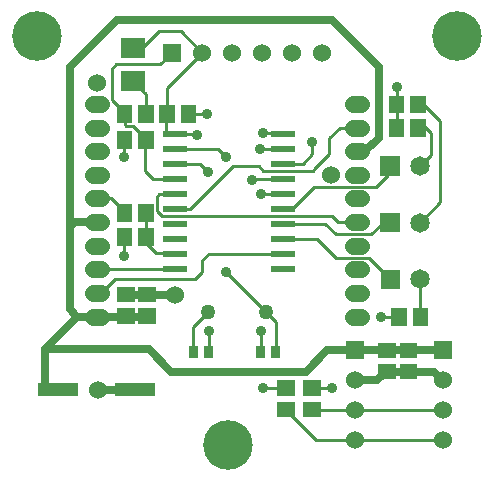
<source format=gbr>
G04 start of page 2 for group 0 idx 0 *
G04 Title: (unknown), component *
G04 Creator: pcb 20091103 *
G04 CreationDate: Sun 30 Jan 2011 02:46:18 GMT UTC *
G04 For: thomas *
G04 Format: Gerber/RS-274X *
G04 PCB-Dimensions: 167323 163386 *
G04 PCB-Coordinate-Origin: lower left *
%MOIN*%
%FSLAX25Y25*%
%LNFRONT*%
%ADD11C,0.0100*%
%ADD12C,0.0250*%
%ADD13C,0.0200*%
%ADD14C,0.0600*%
%ADD15C,0.0550*%
%ADD16C,0.0500*%
%ADD17C,0.0650*%
%ADD18C,0.0360*%
%ADD19C,0.1653*%
%ADD20R,0.0512X0.0512*%
%ADD21R,0.0200X0.0200*%
%ADD22R,0.0690X0.0690*%
%ADD23R,0.0295X0.0295*%
%ADD24R,0.0430X0.0430*%
%ADD25C,0.0380*%
%ADD26C,0.0290*%
%ADD27C,0.0290*%
%ADD28C,0.0430*%
%ADD29C,0.0350*%
%ADD30C,0.1563*%
G54D11*X37608Y127177D02*Y137413D01*
X39183Y138988D01*
X53829D01*
X44508Y144488D02*X47833D01*
X53356Y150011D01*
X49025Y122845D02*Y128971D01*
X44508Y133488D01*
X41939Y122845D02*Y122846D01*
X37608Y127177D01*
X56113Y122845D02*Y131272D01*
X53829Y138988D02*X57766Y142925D01*
X56113Y131272D02*X67766Y142925D01*
X53356Y150011D02*X60680D01*
X67766Y142925D01*
G54D12*X23623Y138189D02*X39371Y153937D01*
X111024D02*X39370D01*
G54D11*X69292Y122441D02*X63603D01*
X63199Y122845D01*
X41939Y122059D02*X42727D01*
X41939D02*Y118909D01*
X42333Y118515D01*
X44696D01*
X49026Y114185D01*
X55868Y115850D02*Y122600D01*
X56113Y122845D01*
G54D12*X23623Y57478D02*Y138189D01*
G54D11*X41733Y108268D02*Y113192D01*
X41940Y113399D01*
X61868Y110850D02*X73009D01*
X75591Y108268D01*
X69718Y103117D02*X66930Y105905D01*
X86615Y105118D02*X77953D01*
X66930Y94095D02*X77953Y105118D01*
X66930Y105905D02*X61923D01*
X61868Y105850D01*
Y115850D02*X65646D01*
X66142Y115354D01*
X51513Y100850D02*X48820Y103543D01*
Y113193D01*
X49026Y113399D01*
X55868Y100850D02*X51513D01*
X52757Y90157D02*Y94882D01*
X53544Y95669D01*
X55687D01*
X55868Y95850D01*
X61868Y90850D02*X63686D01*
X66930Y94094D01*
Y94095D01*
X110237Y114567D02*Y109056D01*
X105512Y104331D01*
Y104330D01*
X104725Y103543D01*
X88190D01*
X86615Y105118D01*
X129734Y105129D02*Y101980D01*
X125797Y98043D01*
X129734Y86231D02*X128159D01*
X124223Y82295D01*
X125797Y98043D02*X105061D01*
X97868Y85850D02*X108856D01*
X97868Y80850D02*X105982D01*
X124223Y82295D02*X112411D01*
X108856Y85850D01*
X112411Y74421D02*X123435D01*
X130522Y67334D01*
X140552Y67304D02*X140522Y67334D01*
X119443Y86416D02*X113191D01*
X147245Y93031D02*X140434Y86220D01*
X113191Y86416D02*X111024Y88583D01*
X105061Y98043D02*X97868Y90850D01*
X91868Y110850D02*X87424D01*
X87215Y110641D01*
X88002Y116153D02*X91565D01*
X91868Y115850D01*
Y100850D02*X84709D01*
X84253Y100394D01*
X87402Y95669D02*X91687D01*
X91868Y95850D01*
X105982Y80850D02*X112411Y74421D01*
G54D12*X102362Y36614D02*X109449Y43701D01*
G54D11*X104253Y23701D02*X103938Y24016D01*
Y31102D02*X111024D01*
X105593Y13701D02*X95278Y24016D01*
X87402Y50000D02*Y43899D01*
X87215Y43712D01*
X97868Y105850D02*X101321D01*
X104537Y109066D01*
Y113003D01*
X119443Y117911D02*X113581D01*
X110237Y114567D01*
G54D12*X119443Y110037D02*X122242D01*
X126772Y114567D01*
X111024Y153937D02*X126772Y138189D01*
Y114567D02*Y138189D01*
G54D11*X132678Y117323D02*Y131496D01*
X139764Y118109D02*X142128D01*
X139764Y125197D02*X142127D01*
X147245Y120079D01*
X142128Y118109D02*X144095Y116142D01*
Y108779D01*
X140434Y105118D01*
X147245Y120079D02*Y93031D01*
X133073Y54724D02*X133466Y55117D01*
G54D12*X145118Y36615D02*X148032Y33701D01*
G54D11*X140552Y55117D02*X142126D01*
X140552Y54331D02*Y67304D01*
G54D12*X118898Y33701D02*X126209D01*
X129123Y36615D01*
G54D11*X104253Y23701D02*X148032D01*
X105593Y13701D02*X148032D01*
G54D12*X129123Y36615D02*X145118D01*
X148032Y43701D02*X109449D01*
G54D11*X127560Y54724D02*X133073D01*
X32829Y94289D02*X37424D01*
X41939Y89774D01*
G54D12*X15295Y44034D02*X26181Y54920D01*
X23623Y57478D02*X26181Y54920D01*
X25393Y86416D02*X23623Y84646D01*
G54D11*X41733Y75197D02*Y81694D01*
X41939Y81900D01*
X38733Y67323D02*X34204Y62794D01*
G54D12*X15295Y30602D02*Y44034D01*
X50061D01*
G54D11*X55686Y70668D02*X55868Y70850D01*
G54D12*X50061Y44034D02*X57481Y36614D01*
G54D11*X32829Y70668D02*X55686D01*
G54D12*X41940Y62216D02*X58651D01*
X26181Y54920D02*X49602D01*
X49812Y55130D01*
X33072Y30315D02*X40508D01*
X40795Y30602D01*
X32829Y86416D02*X25393D01*
G54D11*X111024Y88583D02*X54331D01*
X49025Y89774D02*Y79540D01*
X52569Y75996D01*
X55722D01*
X55868Y75850D01*
X54331Y88583D02*X52757Y90157D01*
G54D12*X57481Y36614D02*X102362D01*
G54D11*X88190Y31102D02*X95278D01*
X92333Y43712D02*Y53004D01*
X70079Y50000D02*Y43899D01*
X69892Y43712D01*
X64774D02*Y51463D01*
X69718Y56407D01*
X75591Y69746D02*X92333Y53004D01*
X91868Y75850D02*X69945D01*
X67717Y73622D01*
Y69685D01*
X65355Y67323D01*
X38733D01*
G54D13*G36*
X54766Y145925D02*Y139925D01*
X60766D01*
Y145925D01*
X54766D01*
G37*
G54D14*X67766Y142925D03*
X77766D03*
X87766D03*
X97766D03*
G54D15*X32829Y54920D03*
G54D16*X69718Y56407D03*
X88930D03*
G54D15*X32829Y62794D03*
Y70668D03*
Y78542D03*
Y86416D03*
Y94289D03*
Y102163D03*
Y110037D03*
Y117911D03*
Y125785D03*
G54D14*X107766Y142925D03*
G54D15*X119443Y125785D03*
Y117911D03*
G54D17*X140522Y67334D03*
G54D13*G36*
X145032Y46701D02*Y40701D01*
X151032D01*
Y46701D01*
X145032D01*
G37*
G54D14*X148032Y33701D03*
Y23701D03*
Y13701D03*
G54D17*X140434Y105118D03*
Y86220D03*
G54D13*G36*
X127272Y70584D02*Y64084D01*
X133772D01*
Y70584D01*
X127272D01*
G37*
G54D15*X119443Y86416D03*
Y78542D03*
Y70668D03*
G54D13*G36*
X127184Y89470D02*Y82970D01*
X133684D01*
Y89470D01*
X127184D01*
G37*
G36*
Y108368D02*Y101868D01*
X133684D01*
Y108368D01*
X127184D01*
G37*
G54D15*X119443Y110037D03*
Y102163D03*
Y94289D03*
Y62794D03*
Y54920D03*
G54D13*G36*
X115898Y46701D02*Y40701D01*
X121898D01*
Y46701D01*
X115898D01*
G37*
G54D14*X118898Y33701D03*
Y23701D03*
Y13701D03*
X32884Y132688D03*
G54D18*X66142Y115354D03*
X69292Y122441D03*
X84253Y100394D03*
X104537Y113003D03*
X87215Y110641D03*
X88002Y116153D03*
X132678Y131496D03*
G54D19*X152757Y148425D03*
X12599D03*
G54D14*X110837Y101980D03*
G54D18*X88190Y31102D03*
X111024D03*
X87402Y50000D03*
X127560Y54724D03*
X87402Y95669D03*
X69718Y103117D03*
G54D14*X58651Y62216D03*
G54D18*X41733Y75197D03*
X70079Y50000D03*
X41733Y108268D03*
G54D14*X33072Y30315D03*
G54D18*X75591Y108268D03*
Y69685D03*
G54D19*X76378Y12205D03*
G54D20*X41939Y89774D02*Y88988D01*
Y81900D02*Y81114D01*
Y122845D02*Y122059D01*
X56113Y122845D02*Y122059D01*
X63199Y122845D02*Y122059D01*
X49025Y122845D02*Y122059D01*
G54D21*X55868Y115850D02*X61868D01*
X55868Y110850D02*X61868D01*
G54D20*X49026Y114185D02*Y113399D01*
G54D21*X55868Y105850D02*X61868D01*
X55868Y100850D02*X61868D01*
G54D20*X41940Y114185D02*Y113399D01*
Y62216D02*X42726D01*
X49026D02*X49812D01*
X133466Y55117D02*Y54331D01*
X140552Y55117D02*Y54331D01*
G54D15*X118068Y54920D02*X120818D01*
G54D20*X41940Y55130D02*X42726D01*
X49026D02*X49812D01*
X136221Y43701D02*X137007D01*
X129123D02*X129909D01*
X136221Y36615D02*X137007D01*
X129123D02*X129909D01*
G54D21*X91868Y70850D02*X97868D01*
X91868Y75850D02*X97868D01*
X91868Y80850D02*X97868D01*
X91868Y85850D02*X97868D01*
G54D15*X118068Y94289D02*X120818D01*
X118068Y86416D02*X120818D01*
X118068Y78542D02*X120818D01*
X118068Y70668D02*X120818D01*
X118068Y62794D02*X120818D01*
G54D21*X91868Y90850D02*X97868D01*
X91868Y95850D02*X97868D01*
X91868Y100850D02*X97868D01*
X91868Y105850D02*X97868D01*
X91868Y110850D02*X97868D01*
X91868Y115850D02*X97868D01*
G54D15*X118068Y125785D02*X120818D01*
X118068Y117911D02*X120818D01*
X118068Y110037D02*X120818D01*
X118068Y102163D02*X120818D01*
G54D20*X132678Y118109D02*Y117323D01*
Y125983D02*Y125197D01*
X139764Y118109D02*Y117323D01*
Y125983D02*Y125197D01*
G54D15*X31454Y102163D02*X34204D01*
X31454Y110037D02*X34204D01*
X31454Y117911D02*X34204D01*
X31454Y125785D02*X34204D01*
G54D22*X44095Y133488D02*X45295D01*
X44095Y144488D02*X45295D01*
G54D23*X64774Y43712D02*Y42728D01*
X69892Y43712D02*Y42728D01*
X87215Y43712D02*Y42728D01*
G54D24*X15295Y30602D02*X24295D01*
X40795D02*X49895D01*
G54D15*X31454Y54920D02*X34204D01*
X31454Y62794D02*X34204D01*
G54D20*X103938Y24016D02*X104724D01*
X103938Y31102D02*X104724D01*
X95278Y24016D02*X96064D01*
X95278Y31102D02*X96064D01*
G54D23*X92333Y43712D02*Y42728D01*
G54D20*X49025Y89774D02*Y88988D01*
Y81900D02*Y81114D01*
G54D21*X55868Y95850D02*X61868D01*
X55868Y90850D02*X61868D01*
X55868Y85850D02*X61868D01*
X55868Y80850D02*X61868D01*
X55868Y75850D02*X61868D01*
X55868Y70850D02*X61868D01*
G54D15*X31454Y70668D02*X34204D01*
X31454Y78542D02*X34204D01*
X31454Y86416D02*X34204D01*
X31454Y94289D02*X34204D01*
G54D25*G54D26*G54D27*G54D26*G54D25*G54D26*G54D28*G54D25*G54D28*G54D26*G54D28*G54D26*G54D25*G54D29*G54D13*G54D30*G54D29*G54D13*G54D29*G54D13*G54D29*G54D13*G54D30*M02*

</source>
